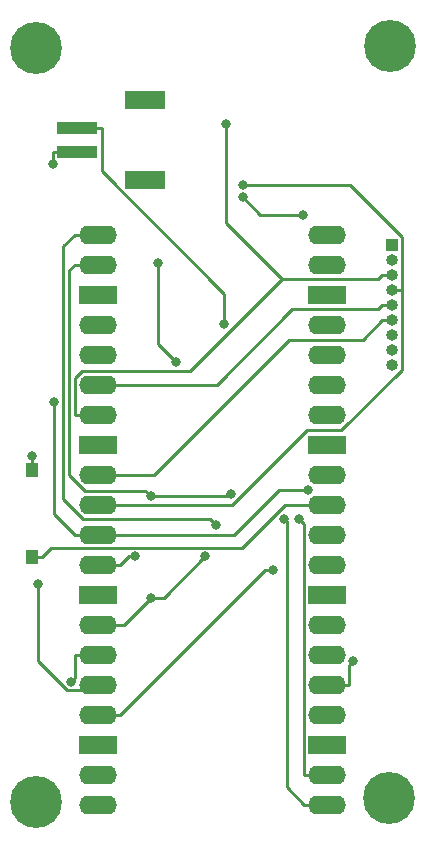
<source format=gbr>
%TF.GenerationSoftware,KiCad,Pcbnew,7.0.8-7.0.8~ubuntu20.04.1*%
%TF.CreationDate,2023-10-05T17:37:43+09:00*%
%TF.ProjectId,v0_2,76305f32-2e6b-4696-9361-645f70636258,rev?*%
%TF.SameCoordinates,Original*%
%TF.FileFunction,Copper,L2,Bot*%
%TF.FilePolarity,Positive*%
%FSLAX46Y46*%
G04 Gerber Fmt 4.6, Leading zero omitted, Abs format (unit mm)*
G04 Created by KiCad (PCBNEW 7.0.8-7.0.8~ubuntu20.04.1) date 2023-10-05 17:37:43*
%MOMM*%
%LPD*%
G01*
G04 APERTURE LIST*
%TA.AperFunction,ComponentPad*%
%ADD10C,2.600000*%
%TD*%
%TA.AperFunction,ConnectorPad*%
%ADD11C,4.400000*%
%TD*%
%TA.AperFunction,ComponentPad*%
%ADD12R,1.000000X1.000000*%
%TD*%
%TA.AperFunction,ComponentPad*%
%ADD13O,1.000000X1.000000*%
%TD*%
%TA.AperFunction,SMDPad,CuDef*%
%ADD14R,1.000000X1.200000*%
%TD*%
%TA.AperFunction,SMDPad,CuDef*%
%ADD15O,3.200000X1.600000*%
%TD*%
%TA.AperFunction,SMDPad,CuDef*%
%ADD16R,3.200000X1.600000*%
%TD*%
%TA.AperFunction,SMDPad,CuDef*%
%ADD17R,3.500000X1.000000*%
%TD*%
%TA.AperFunction,SMDPad,CuDef*%
%ADD18R,3.400000X1.500000*%
%TD*%
%TA.AperFunction,ViaPad*%
%ADD19C,0.800000*%
%TD*%
%TA.AperFunction,Conductor*%
%ADD20C,0.250000*%
%TD*%
G04 APERTURE END LIST*
D10*
%TO.P,H4,1,1*%
%TO.N,GND*%
X15000000Y-31600000D03*
D11*
X15000000Y-31600000D03*
%TD*%
D10*
%TO.P,H1,1,1*%
%TO.N,GND*%
X-14900000Y31900000D03*
D11*
X-14900000Y31900000D03*
%TD*%
D10*
%TO.P,H2,1,1*%
%TO.N,GND*%
X15100000Y32100000D03*
D11*
X15100000Y32100000D03*
%TD*%
D10*
%TO.P,H3,1,1*%
%TO.N,GND*%
X-14900000Y-31900000D03*
D11*
X-14900000Y-31900000D03*
%TD*%
D12*
%TO.P,J3,1,Pin_1*%
%TO.N,+3.3V*%
X15240000Y15240000D03*
D13*
%TO.P,J3,2,Pin_2*%
%TO.N,GND*%
X15240000Y13970000D03*
%TO.P,J3,3,Pin_3*%
%TO.N,/SCK*%
X15240000Y12700000D03*
%TO.P,J3,4,Pin_4*%
%TO.N,/MISO*%
X15240000Y11430000D03*
%TO.P,J3,5,Pin_5*%
%TO.N,/MOSI*%
X15240000Y10160000D03*
%TO.P,J3,6,Pin_6*%
%TO.N,/CS*%
X15240000Y8890000D03*
%TO.P,J3,7,Pin_7*%
%TO.N,/SDcard/DAT1*%
X15240000Y7620000D03*
%TO.P,J3,8,Pin_8*%
%TO.N,/SDcard/DAT2*%
X15240000Y6350000D03*
%TO.P,J3,9,Pin_9*%
%TO.N,/SDcard/CARDDET*%
X15240000Y5080000D03*
%TD*%
D14*
%TO.P,S1,1,COM*%
%TO.N,/RUN*%
X-15240000Y-11210000D03*
%TO.P,S1,2,NO*%
%TO.N,GND*%
X-15240000Y-3810000D03*
%TD*%
D15*
%TO.P,IC1,1,UART0_TX/I2C0_SDA_/SPI0_RX/GP0*%
%TO.N,unconnected-(IC1-UART0_TX{slash}I2C0_SDA_{slash}SPI0_RX{slash}GP0-Pad1)*%
X-9690000Y-32130000D03*
%TO.P,IC1,2,UART0_RX/I2C0_SCL_/SPI0_CSN/GP1*%
%TO.N,unconnected-(IC1-UART0_RX{slash}I2C0_SCL_{slash}SPI0_CSN{slash}GP1-Pad2)*%
X-9690000Y-29590000D03*
D16*
%TO.P,IC1,3,GND_1*%
%TO.N,unconnected-(IC1-GND_1-Pad3)*%
X-9690000Y-27050000D03*
D15*
%TO.P,IC1,4,I2C1_SDA_/SPI0_SCK/GP2*%
%TO.N,/HOLD_VSYS_EN*%
X-9690000Y-24510000D03*
%TO.P,IC1,5,I2C0_SCL_/SPI0_TX/GP3*%
%TO.N,/I2C_INT{slash}2.3B*%
X-9690000Y-21970000D03*
%TO.P,IC1,6,UART1_TX/I2C0_SDA_/SPI0_RX/GP4*%
%TO.N,/I2C_SDA{slash}2.1B*%
X-9690000Y-19430000D03*
%TO.P,IC1,7,UART1_RX/I2C0_SCL_/SPI0_CSN/GP5*%
%TO.N,/I2C_SCL{slash}2.1B*%
X-9690000Y-16890000D03*
D16*
%TO.P,IC1,8,GND_2*%
%TO.N,unconnected-(IC1-GND_2-Pad8)*%
X-9690000Y-14350000D03*
D15*
%TO.P,IC1,9,I2C1_SDA_/SPI0_SCK/GP6*%
%TO.N,/ACT_LED*%
X-9690000Y-11810000D03*
%TO.P,IC1,10,I2C1_SCL_/SPI0_TX/GP7*%
%TO.N,/SWITCH_STATUS*%
X-9690000Y-9270000D03*
%TO.P,IC1,11,UART1_TX/I2C0_SDA_/SPI1_RX/GP8*%
%TO.N,/MISO*%
X-9690000Y-6730000D03*
%TO.P,IC1,12,UART1_RX/I2C0_SCL_/SPI1_CSN/GP9*%
%TO.N,/CS*%
X-9690000Y-4190000D03*
D16*
%TO.P,IC1,13,GND_3*%
%TO.N,unconnected-(IC1-GND_3-Pad13)*%
X-9690000Y-1650000D03*
D15*
%TO.P,IC1,14,I2C1_SDA_/SPI1__SCK/GP10*%
%TO.N,/SCK*%
X-9690000Y890000D03*
%TO.P,IC1,15,I2C1_SCL_/SPI1__TX/GP11*%
%TO.N,/MOSI*%
X-9690000Y3430000D03*
%TO.P,IC1,16,UART0_TX/I2C0_SDA_/SPI1_RX_/GP12*%
%TO.N,unconnected-(IC1-UART0_TX{slash}I2C0_SDA_{slash}SPI1_RX_{slash}GP12-Pad16)*%
X-9690000Y5970000D03*
%TO.P,IC1,17,UART0_RX/I2C0_SCL_/SPI1_CSN/GP13*%
%TO.N,unconnected-(IC1-UART0_RX{slash}I2C0_SCL_{slash}SPI1_CSN{slash}GP13-Pad17)*%
X-9690000Y8510000D03*
D16*
%TO.P,IC1,18,GND_4*%
%TO.N,unconnected-(IC1-GND_4-Pad18)*%
X-9690000Y11050000D03*
D15*
%TO.P,IC1,19,I2C1_SDA/SPI1_SCK/GP14*%
%TO.N,/RTC_ALARM*%
X-9690000Y13590000D03*
%TO.P,IC1,20,I2C1_SCL/SPI1_TX/GP15*%
%TO.N,/RESET*%
X-9690000Y16130000D03*
%TO.P,IC1,21,UART0_TX/I2C0_SDA_/SPI0_RX_/GP16*%
%TO.N,unconnected-(IC1-UART0_TX{slash}I2C0_SDA_{slash}SPI0_RX_{slash}GP16-Pad21)*%
X9690000Y16130000D03*
%TO.P,IC1,22,UART0_RX/I2C0_SCL/SPIO_CSN/GP17*%
%TO.N,unconnected-(IC1-UART0_RX{slash}I2C0_SCL{slash}SPIO_CSN{slash}GP17-Pad22)*%
X9690000Y13590000D03*
D16*
%TO.P,IC1,23,GND_5*%
%TO.N,unconnected-(IC1-GND_5-Pad23)*%
X9690000Y11050000D03*
D15*
%TO.P,IC1,24,I2C1_SDA/_SPI0_SCK/GP18*%
%TO.N,unconnected-(IC1-I2C1_SDA{slash}_SPI0_SCK{slash}GP18-Pad24)*%
X9690000Y8510000D03*
%TO.P,IC1,25,I2C1_SCL/_SPI0_TX/GP19*%
%TO.N,unconnected-(IC1-I2C1_SCL{slash}_SPI0_TX{slash}GP19-Pad25)*%
X9690000Y5970000D03*
%TO.P,IC1,26,I2C0_SDA/GP20*%
%TO.N,unconnected-(IC1-I2C0_SDA{slash}GP20-Pad26)*%
X9690000Y3430000D03*
%TO.P,IC1,27,I2C0_SCL/GP21*%
%TO.N,unconnected-(IC1-I2C0_SCL{slash}GP21-Pad27)*%
X9690000Y890000D03*
D16*
%TO.P,IC1,28,GND_6*%
%TO.N,unconnected-(IC1-GND_6-Pad28)*%
X9690000Y-1650000D03*
D15*
%TO.P,IC1,29,GP22*%
%TO.N,unconnected-(IC1-GP22-Pad29)*%
X9690000Y-4190000D03*
%TO.P,IC1,30,RUN*%
%TO.N,/RUN*%
X9690000Y-6730000D03*
%TO.P,IC1,31,I2C1_SDA/ADC0/GP26*%
%TO.N,unconnected-(IC1-I2C1_SDA{slash}ADC0{slash}GP26-Pad31)*%
X9690000Y-9270000D03*
%TO.P,IC1,32,I2C1_SCL_/ADC1/GP_27*%
%TO.N,unconnected-(IC1-I2C1_SCL_{slash}ADC1{slash}GP_27-Pad32)*%
X9690000Y-11810000D03*
D16*
%TO.P,IC1,33,GND/AGND*%
%TO.N,unconnected-(IC1-GND{slash}AGND-Pad33)*%
X9690000Y-14350000D03*
D15*
%TO.P,IC1,34,GP28/ADC2*%
%TO.N,unconnected-(IC1-GP28{slash}ADC2-Pad34)*%
X9690000Y-16890000D03*
%TO.P,IC1,35,ADC_VREF*%
%TO.N,unconnected-(IC1-ADC_VREF-Pad35)*%
X9690000Y-19430000D03*
%TO.P,IC1,36,3V3(OUT)*%
%TO.N,+3.3V*%
X9690000Y-21970000D03*
%TO.P,IC1,37,3V3_EN*%
%TO.N,unconnected-(IC1-3V3_EN-Pad37)*%
X9690000Y-24510000D03*
D16*
%TO.P,IC1,38,GND_7*%
%TO.N,unconnected-(IC1-GND_7-Pad38)*%
X9690000Y-27050000D03*
D15*
%TO.P,IC1,39,VSYS*%
%TO.N,VSYS*%
X9690000Y-29590000D03*
%TO.P,IC1,40,VBUS*%
%TO.N,VBUS*%
X9690000Y-32130000D03*
%TD*%
D17*
%TO.P,J1,1,1*%
%TO.N,+BATT*%
X-11430000Y25130000D03*
%TO.P,J1,2,2*%
%TO.N,GND*%
X-11430000Y23130000D03*
D18*
%TO.P,J1,MP1,MP1*%
%TO.N,unconnected-(J1-PadMP1)*%
X-5680000Y27480000D03*
%TO.P,J1,MP2,MP2*%
%TO.N,unconnected-(J1-PadMP2)*%
X-5680000Y20780000D03*
%TD*%
D19*
%TO.N,/MISO*%
X2628900Y20291400D03*
%TO.N,/SDcard/DAT1*%
X7673500Y17809400D03*
X2593600Y19277900D03*
%TO.N,/SCK*%
X1198900Y25460000D03*
%TO.N,/ALARM_LED*%
X-3045000Y5295900D03*
X-4597500Y13740700D03*
%TO.N,+BATT*%
X1020400Y8521500D03*
%TO.N,VBUS*%
X6123200Y-7924800D03*
%TO.N,VSYS*%
X7331900Y-7963200D03*
%TO.N,+3.3V*%
X11957900Y-19957100D03*
%TO.N,/RESET*%
X344600Y-8503400D03*
%TO.N,/RTC_ALARM*%
X-5183600Y-6046600D03*
X1614700Y-5805900D03*
%TO.N,/SWITCH_STATUS*%
X8110900Y-5511900D03*
X-13356800Y1950000D03*
%TO.N,/ACT_LED*%
X-6563700Y-11118400D03*
%TO.N,/I2C_SCL{slash}2.1B*%
X-5172100Y-14623700D03*
X-572500Y-11099300D03*
%TO.N,/I2C_SDA{slash}2.1B*%
X-11943000Y-21734600D03*
%TO.N,/I2C_INT{slash}2.3B*%
X-14783700Y-13485700D03*
%TO.N,/HOLD_VSYS_EN*%
X5126600Y-12237600D03*
%TO.N,GND*%
X-15240000Y-2600000D03*
X-13506900Y22093000D03*
%TD*%
D20*
%TO.N,/MOSI*%
X375800Y3430000D02*
X-9690000Y3430000D01*
X6763000Y9817200D02*
X375800Y3430000D01*
X14070300Y9817200D02*
X6763000Y9817200D01*
X14413100Y10160000D02*
X14070300Y9817200D01*
X15240000Y10160000D02*
X14413100Y10160000D01*
%TO.N,/MISO*%
X16066900Y15914200D02*
X16066900Y11430000D01*
X11689700Y20291400D02*
X16066900Y15914200D01*
X2628900Y20291400D02*
X11689700Y20291400D01*
X16066900Y11428500D02*
X16065400Y11430000D01*
X16066900Y4691300D02*
X16066900Y11428500D01*
X10923200Y-452400D02*
X16066900Y4691300D01*
X8025300Y-452400D02*
X10923200Y-452400D01*
X1704100Y-6773600D02*
X8025300Y-452400D01*
X-7719500Y-6773600D02*
X1704100Y-6773600D01*
X-7763100Y-6730000D02*
X-7719500Y-6773600D01*
X15240000Y11430000D02*
X16065400Y11430000D01*
X16065400Y11430000D02*
X16066900Y11430000D01*
X-9690000Y-6730000D02*
X-7763100Y-6730000D01*
%TO.N,/SDcard/DAT1*%
X4062100Y17809400D02*
X7673500Y17809400D01*
X2593600Y19277900D02*
X4062100Y17809400D01*
%TO.N,/SCK*%
X-9690000Y890000D02*
X-11616900Y890000D01*
X15240000Y12700000D02*
X14413100Y12700000D01*
X1199000Y25460000D02*
X1198900Y25460000D01*
X1199000Y17076600D02*
X1199000Y25460000D01*
X5918200Y12357400D02*
X1199000Y17076600D01*
X-1871200Y4568000D02*
X5918200Y12357400D01*
X-10993200Y4568000D02*
X-1871200Y4568000D01*
X-11616900Y3944300D02*
X-10993200Y4568000D01*
X-11616900Y890000D02*
X-11616900Y3944300D01*
X14070500Y12357400D02*
X14413100Y12700000D01*
X5918200Y12357400D02*
X14070500Y12357400D01*
%TO.N,/CS*%
X12763100Y7240000D02*
X14413100Y8890000D01*
X6470300Y7240000D02*
X12763100Y7240000D01*
X-4959700Y-4190000D02*
X6470300Y7240000D01*
X-9690000Y-4190000D02*
X-4959700Y-4190000D01*
X15240000Y8890000D02*
X14413100Y8890000D01*
%TO.N,/ALARM_LED*%
X-4597500Y6848400D02*
X-3045000Y5295900D01*
X-4597500Y13740700D02*
X-4597500Y6848400D01*
%TO.N,+BATT*%
X-11430000Y25130000D02*
X-9353100Y25130000D01*
X1020400Y11124500D02*
X1020400Y8521500D01*
X-9353100Y21498000D02*
X1020400Y11124500D01*
X-9353100Y25130000D02*
X-9353100Y21498000D01*
%TO.N,VBUS*%
X9690000Y-32130000D02*
X7763100Y-32130000D01*
X6301800Y-8103400D02*
X6123200Y-7924800D01*
X6301800Y-30668700D02*
X6301800Y-8103400D01*
X7763100Y-32130000D02*
X6301800Y-30668700D01*
%TO.N,VSYS*%
X9690000Y-29590000D02*
X7763100Y-29590000D01*
X7763100Y-8394400D02*
X7331900Y-7963200D01*
X7763100Y-29590000D02*
X7763100Y-8394400D01*
%TO.N,+3.3V*%
X11616900Y-20298100D02*
X11957900Y-19957100D01*
X11616900Y-21970000D02*
X11616900Y-20298100D01*
X9690000Y-21970000D02*
X11616900Y-21970000D01*
%TO.N,/RUN*%
X-15240000Y-11210000D02*
X-14413100Y-11210000D01*
X-13615000Y-10411900D02*
X-14413100Y-11210000D01*
X-6885100Y-10411900D02*
X-13615000Y-10411900D01*
X-6845600Y-10372400D02*
X-6885100Y-10411900D01*
X2566900Y-10372400D02*
X-6845600Y-10372400D01*
X6209300Y-6730000D02*
X2566900Y-10372400D01*
X9690000Y-6730000D02*
X6209300Y-6730000D01*
%TO.N,/RESET*%
X-9690000Y16130000D02*
X-11616900Y16130000D01*
X-193600Y-7965200D02*
X344600Y-8503400D01*
X-193600Y-7965100D02*
X-193600Y-7965200D01*
X-10902500Y-7965100D02*
X-193600Y-7965100D01*
X-12595900Y-6271700D02*
X-10902500Y-7965100D01*
X-12595900Y15151000D02*
X-12595900Y-6271700D01*
X-11616900Y16130000D02*
X-12595900Y15151000D01*
%TO.N,/RTC_ALARM*%
X-9690000Y13590000D02*
X-11616900Y13590000D01*
X-12110200Y13096700D02*
X-11616900Y13590000D01*
X-12110200Y-4207400D02*
X-12110200Y13096700D01*
X-10771800Y-5545800D02*
X-12110200Y-4207400D01*
X-5684400Y-5545800D02*
X-10771800Y-5545800D01*
X-5183600Y-6046600D02*
X-5684400Y-5545800D01*
X1374000Y-6046600D02*
X1614700Y-5805900D01*
X-5183600Y-6046600D02*
X1374000Y-6046600D01*
%TO.N,/SWITCH_STATUS*%
X-9456500Y-9270000D02*
X-7763100Y-9270000D01*
X-9456500Y-9270000D02*
X-9690000Y-9270000D01*
X-9690000Y-9270000D02*
X-11616900Y-9270000D01*
X1892100Y-9270000D02*
X-7763100Y-9270000D01*
X5650200Y-5511900D02*
X1892100Y-9270000D01*
X8110900Y-5511900D02*
X5650200Y-5511900D01*
X-13356800Y-7530100D02*
X-11616900Y-9270000D01*
X-13356800Y1950000D02*
X-13356800Y-7530100D01*
%TO.N,/ACT_LED*%
X-7071500Y-11118400D02*
X-7763100Y-11810000D01*
X-6563700Y-11118400D02*
X-7071500Y-11118400D01*
X-9690000Y-11810000D02*
X-7763100Y-11810000D01*
%TO.N,/I2C_SCL{slash}2.1B*%
X-7438400Y-16890000D02*
X-5172100Y-14623700D01*
X-9690000Y-16890000D02*
X-7438400Y-16890000D01*
X-4096900Y-14623700D02*
X-572500Y-11099300D01*
X-5172100Y-14623700D02*
X-4096900Y-14623700D01*
%TO.N,/I2C_SDA{slash}2.1B*%
X-9690000Y-19430000D02*
X-11616900Y-19430000D01*
X-11616900Y-21408500D02*
X-11943000Y-21734600D01*
X-11616900Y-19430000D02*
X-11616900Y-21408500D01*
%TO.N,/I2C_INT{slash}2.3B*%
X-10182200Y-22462200D02*
X-9690000Y-21970000D01*
X-12267800Y-22462200D02*
X-10182200Y-22462200D01*
X-14783700Y-19946300D02*
X-12267800Y-22462200D01*
X-14783700Y-13485700D02*
X-14783700Y-19946300D01*
%TO.N,/HOLD_VSYS_EN*%
X4509300Y-12237600D02*
X5126600Y-12237600D01*
X-7763100Y-24510000D02*
X4509300Y-12237600D01*
X-9690000Y-24510000D02*
X-7763100Y-24510000D01*
%TO.N,GND*%
X-15240000Y-2600000D02*
X-15240000Y-3810000D01*
X-11430000Y23130000D02*
X-13506900Y23130000D01*
X-13506900Y23130000D02*
X-13506900Y22093000D01*
%TD*%
M02*

</source>
